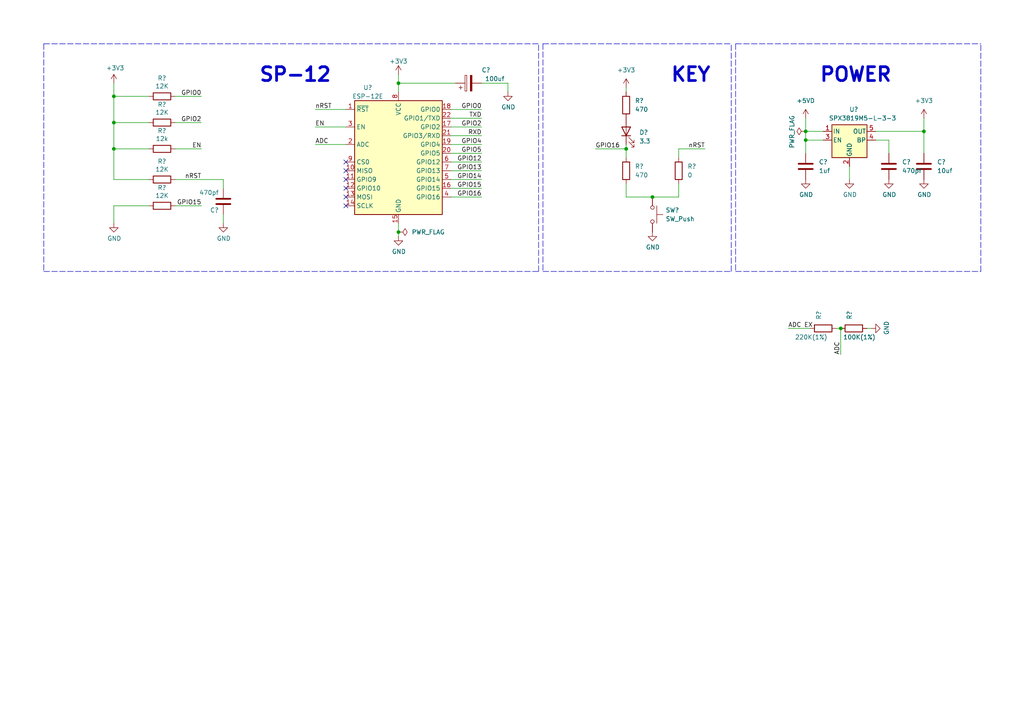
<source format=kicad_sch>
(kicad_sch (version 20211123) (generator eeschema)
  (paper "A4")
  (lib_symbols
    (symbol "Device:C" (pin_numbers hide) (pin_names (offset 0.254))
      (property "Reference" "C" (at 0.635 2.54 0))
      (property "Value" "C" (at 0.635 -2.54 0))
      (symbol "C_0_1"
        (polyline (pts (xy -2.032 -0.762) (xy 2.032 -0.762)) (stroke (width 0.508)))
        (polyline (pts (xy -2.032 0.762) (xy 2.032 0.762)) (stroke (width 0.508)))
      )
      (symbol "C_1_1"
        (pin passive line (at 0 3.81 270) (length 2.794) (name "~") (number "1"))
        (pin passive line (at 0 -3.81 90) (length 2.794) (name "~") (number "2"))
      )
    )
    (symbol "Device:C_Polarized" (pin_numbers hide) (pin_names (offset 0.254))
      (property "Reference" "C" (at 0.635 2.54 0))
      (property "Value" "C_Polarized" (at 0.635 -2.54 0))
      (symbol "C_Polarized_0_1"
        (rectangle (start -2.286 0.508) (end 2.286 1.016))
        (polyline (pts (xy -1.778 2.286) (xy -0.762 2.286)))
        (polyline (pts (xy -1.27 2.794) (xy -1.27 1.778)))
        (rectangle (start 2.286 -0.508) (end -2.286 -1.016) (fill (type outline)))
      )
      (symbol "C_Polarized_1_1"
        (pin passive line (at 0 3.81 270) (length 2.794) (name "~") (number "1"))
        (pin passive line (at 0 -3.81 90) (length 2.794) (name "~") (number "2"))
      )
    )
    (symbol "Device:LED" (pin_numbers hide) (pin_names (offset 1.016) hide)
      (property "Reference" "D" (at 0 2.54 0))
      (property "Value" "LED" (at 0 -2.54 0))
      (symbol "LED_0_1"
        (polyline (pts (xy -1.27 -1.27) (xy -1.27 1.27)) (stroke (width 0.254)))
        (polyline (pts (xy -1.27 0) (xy 1.27 0)))
        (polyline (pts (xy 1.27 -1.27) (xy 1.27 1.27) (xy -1.27 0) (xy 1.27 -1.27)) (stroke (width 0.254)))
        (polyline (pts (xy -3.048 -0.762) (xy -4.572 -2.286) (xy -3.81 -2.286) (xy -4.572 -2.286) (xy -4.572 -1.524)))
        (polyline (pts (xy -1.778 -0.762) (xy -3.302 -2.286) (xy -2.54 -2.286) (xy -3.302 -2.286) (xy -3.302 -1.524)))
      )
      (symbol "LED_1_1"
        (pin passive line (at -3.81 0 0) (length 2.54) (name "K") (number "1"))
        (pin passive line (at 3.81 0 180) (length 2.54) (name "A") (number "2"))
      )
    )
    (symbol "Device:R" (pin_numbers hide) (pin_names (offset 0))
      (property "Reference" "R" (at 2.032 0 90))
      (property "Value" "R" (at 0 0 90))
      (symbol "R_0_1"
        (rectangle (start -1.016 -2.54) (end 1.016 2.54) (stroke (width 0.254)))
      )
      (symbol "R_1_1"
        (pin passive line (at 0 3.81 270) (length 1.27) (name "~") (number "1"))
        (pin passive line (at 0 -3.81 90) (length 1.27) (name "~") (number "2"))
      )
    )
    (symbol "RF_Module:ESP-12E"
      (property "Reference" "U" (at -12.7 19.05 0))
      (property "Value" "ESP-12E" (at 12.7 19.05 0))
      (symbol "ESP-12E_0_1"
        (rectangle (start -12.7 17.78) (end 12.7 -15.24) (stroke (width 0.254)) (fill (type background)))
      )
      (symbol "ESP-12E_1_1"
        (pin input line (at -15.24 15.24 0) (length 2.54) (name "~{RST}") (number "1"))
        (pin bidirectional line (at -15.24 -2.54 0) (length 2.54) (name "MISO") (number "10"))
        (pin bidirectional line (at -15.24 -5.08 0) (length 2.54) (name "GPIO9") (number "11"))
        (pin bidirectional line (at -15.24 -7.62 0) (length 2.54) (name "GPIO10") (number "12"))
        (pin bidirectional line (at -15.24 -10.16 0) (length 2.54) (name "MOSI") (number "13"))
        (pin bidirectional line (at -15.24 -12.7 0) (length 2.54) (name "SCLK") (number "14"))
        (pin power_in line (at 0 -17.78 90) (length 2.54) (name "GND") (number "15"))
        (pin bidirectional line (at 15.24 -7.62 180) (length 2.54) (name "GPIO15") (number "16"))
        (pin bidirectional line (at 15.24 10.16 180) (length 2.54) (name "GPIO2") (number "17"))
        (pin bidirectional line (at 15.24 15.24 180) (length 2.54) (name "GPIO0") (number "18"))
        (pin bidirectional line (at 15.24 5.08 180) (length 2.54) (name "GPIO4") (number "19"))
        (pin input line (at -15.24 5.08 0) (length 2.54) (name "ADC") (number "2"))
        (pin bidirectional line (at 15.24 2.54 180) (length 2.54) (name "GPIO5") (number "20"))
        (pin bidirectional line (at 15.24 7.62 180) (length 2.54) (name "GPIO3/RXD") (number "21"))
        (pin bidirectional line (at 15.24 12.7 180) (length 2.54) (name "GPIO1/TXD") (number "22"))
        (pin input line (at -15.24 10.16 0) (length 2.54) (name "EN") (number "3"))
        (pin bidirectional line (at 15.24 -10.16 180) (length 2.54) (name "GPIO16") (number "4"))
        (pin bidirectional line (at 15.24 -5.08 180) (length 2.54) (name "GPIO14") (number "5"))
        (pin bidirectional line (at 15.24 0 180) (length 2.54) (name "GPIO12") (number "6"))
        (pin bidirectional line (at 15.24 -2.54 180) (length 2.54) (name "GPIO13") (number "7"))
        (pin power_in line (at 0 20.32 270) (length 2.54) (name "VCC") (number "8"))
        (pin input line (at -15.24 0 0) (length 2.54) (name "CS0") (number "9"))
      )
    )
    (symbol "Regulator_Linear:SPX3819M5-L-3-3" (pin_names (offset 0.254))
      (property "Reference" "U" (at -3.81 5.715 0))
      (property "Value" "SPX3819M5-L-3-3" (at 0 5.715 0))
      (symbol "SPX3819M5-L-3-3_0_1"
        (rectangle (start -5.08 4.445) (end 5.08 -5.08) (stroke (width 0.254)) (fill (type background)))
      )
      (symbol "SPX3819M5-L-3-3_1_1"
        (pin power_in line (at -7.62 2.54 0) (length 2.54) (name "IN") (number "1"))
        (pin power_in line (at 0 -7.62 90) (length 2.54) (name "GND") (number "2"))
        (pin input line (at -7.62 0 0) (length 2.54) (name "EN") (number "3"))
        (pin input line (at 7.62 0 180) (length 2.54) (name "BP") (number "4"))
        (pin power_out line (at 7.62 2.54 180) (length 2.54) (name "OUT") (number "5"))
      )
    )
    (symbol "Switch:SW_Push" (pin_numbers hide) (pin_names (offset 1.016) hide)
      (property "Reference" "SW" (at 1.27 2.54 0))
      (property "Value" "SW_Push" (at 0 -1.524 0))
      (symbol "SW_Push_0_1"
        (circle (center -2.032 0) (radius 0.508))
        (polyline (pts (xy 0 1.27) (xy 0 3.048)))
        (polyline (pts (xy 2.54 1.27) (xy -2.54 1.27)))
        (circle (center 2.032 0) (radius 0.508))
        (pin passive line (at -5.08 0 0) (length 2.54) (name "1") (number "1"))
        (pin passive line (at 5.08 0 180) (length 2.54) (name "2") (number "2"))
      )
    )
    (symbol "power:+3V3" (power) (pin_names (offset 0))
      (property "Value" "+3V3" (at 0 3.556 0))
      (symbol "+3V3_0_1"
        (polyline (pts (xy -0.762 1.27) (xy 0 2.54)))
        (polyline (pts (xy 0 0) (xy 0 2.54)))
        (polyline (pts (xy 0 2.54) (xy 0.762 1.27)))
      )
      (symbol "+3V3_1_1"
        (pin power_in line (at 0 0 90) (length 0) hide (name "+3V3") (number "1"))
      )
    )
    (symbol "power:+5VD" (power) (pin_names (offset 0))
      (property "Value" "+5VD" (at 0 3.556 0))
      (symbol "+5VD_0_1"
        (polyline (pts (xy -0.762 1.27) (xy 0 2.54)))
        (polyline (pts (xy 0 0) (xy 0 2.54)))
        (polyline (pts (xy 0 2.54) (xy 0.762 1.27)))
      )
      (symbol "+5VD_1_1"
        (pin power_in line (at 0 0 90) (length 0) hide (name "+5VD") (number "1"))
      )
    )
    (symbol "power:GND" (power) (pin_names (offset 0))
      (property "Value" "GND" (at 0 -3.81 0))
      (symbol "GND_0_1"
        (polyline (pts (xy 0 0) (xy 0 -1.27) (xy 1.27 -1.27) (xy 0 -2.54) (xy -1.27 -1.27) (xy 0 -1.27)))
      )
      (symbol "GND_1_1"
        (pin power_in line (at 0 0 270) (length 0) hide (name "GND") (number "1"))
      )
    )
    (symbol "power:PWR_FLAG" (power) (pin_numbers hide) (pin_names (offset 0) hide)
      (property "Value" "PWR_FLAG" (at 0 3.81 0))
      (symbol "PWR_FLAG_0_0"
        (pin power_out line (at 0 0 90) (length 0) (name "pwr") (number "1"))
      )
      (symbol "PWR_FLAG_0_1"
        (polyline (pts (xy 0 0) (xy 0 1.27) (xy -1.016 1.905) (xy 0 2.54) (xy 1.016 1.905) (xy 0 1.27)))
      )
    )
  )
  (junction (at 181.61 43.18))
  (junction (at 115.57 24.13))
  (junction (at 189.23 57.15))
  (junction (at 243.84 95.25))
  (junction (at 33.02 35.56))
  (junction (at 233.68 40.64))
  (junction (at 233.68 38.1))
  (junction (at 267.97 38.1))
  (junction (at 33.02 43.18))
  (junction (at 115.57 67.31))
  (junction (at 33.02 27.94))
  (no_connect (at 100.33 46.99))
  (no_connect (at 100.33 49.53))
  (no_connect (at 100.33 57.15))
  (no_connect (at 100.33 59.69))
  (no_connect (at 100.33 52.07))
  (no_connect (at 100.33 54.61))
  (wire (pts (xy 100.33 31.75) (xy 91.44 31.75)))
  (wire (pts (xy 50.8 52.07) (xy 64.77 52.07)))
  (wire (pts (xy 181.61 57.15) (xy 189.23 57.15)))
  (wire (pts (xy 130.81 41.91) (xy 139.7 41.91)))
  (wire (pts (xy 196.85 53.34) (xy 196.85 57.15)))
  (wire (pts (xy 196.85 45.72) (xy 196.85 43.18)))
  (wire (pts (xy 50.8 27.94) (xy 58.42 27.94)))
  (wire (pts (xy 233.68 34.29) (xy 233.68 38.1)))
  (wire (pts (xy 228.6 95.25) (xy 234.95 95.25)))
  (wire (pts (xy 181.61 53.34) (xy 181.61 57.15)))
  (wire (pts (xy 130.81 54.61) (xy 139.7 54.61)))
  (wire (pts (xy 243.84 102.87) (xy 243.84 95.25)))
  (wire (pts (xy 242.57 95.25) (xy 243.84 95.25)))
  (wire (pts (xy 196.85 43.18) (xy 204.47 43.18)))
  (wire (pts (xy 181.61 43.18) (xy 181.61 45.72)))
  (wire (pts (xy 233.68 40.64) (xy 238.76 40.64)))
  (wire (pts (xy 130.81 49.53) (xy 139.7 49.53)))
  (wire (pts (xy 33.02 35.56) (xy 43.18 35.56)))
  (polyline (pts (xy 157.48 12.7) (xy 212.09 12.7)))
  (wire (pts (xy 64.77 52.07) (xy 64.77 54.61)))
  (polyline (pts (xy 12.7 12.7) (xy 156.21 12.7)))
  (wire (pts (xy 196.85 57.15) (xy 189.23 57.15)))
  (wire (pts (xy 50.8 59.69) (xy 58.42 59.69)))
  (polyline (pts (xy 12.7 12.7) (xy 12.7 78.74)))
  (wire (pts (xy 115.57 24.13) (xy 132.08 24.13)))
  (wire (pts (xy 115.57 24.13) (xy 115.57 26.67)))
  (wire (pts (xy 50.8 43.18) (xy 58.42 43.18)))
  (wire (pts (xy 33.02 27.94) (xy 33.02 35.56)))
  (wire (pts (xy 267.97 34.29) (xy 267.97 38.1)))
  (wire (pts (xy 267.97 38.1) (xy 267.97 44.45)))
  (wire (pts (xy 130.81 44.45) (xy 139.7 44.45)))
  (wire (pts (xy 100.33 36.83) (xy 91.44 36.83)))
  (wire (pts (xy 233.68 40.64) (xy 233.68 44.45)))
  (wire (pts (xy 254 40.64) (xy 257.81 40.64)))
  (wire (pts (xy 172.72 43.18) (xy 181.61 43.18)))
  (wire (pts (xy 115.57 67.31) (xy 115.57 68.58)))
  (wire (pts (xy 130.81 46.99) (xy 139.7 46.99)))
  (polyline (pts (xy 212.09 78.74) (xy 212.09 12.7)))
  (wire (pts (xy 130.81 31.75) (xy 139.7 31.75)))
  (polyline (pts (xy 156.21 78.74) (xy 156.21 12.7)))
  (wire (pts (xy 130.81 36.83) (xy 139.7 36.83)))
  (wire (pts (xy 33.02 27.94) (xy 43.18 27.94)))
  (wire (pts (xy 33.02 59.69) (xy 33.02 64.77)))
  (wire (pts (xy 130.81 39.37) (xy 139.7 39.37)))
  (wire (pts (xy 147.32 24.13) (xy 147.32 26.67)))
  (polyline (pts (xy 213.36 78.74) (xy 284.48 78.74)))
  (wire (pts (xy 33.02 35.56) (xy 33.02 43.18)))
  (wire (pts (xy 100.33 41.91) (xy 91.44 41.91)))
  (wire (pts (xy 33.02 43.18) (xy 43.18 43.18)))
  (polyline (pts (xy 12.7 78.74) (xy 156.21 78.74)))
  (wire (pts (xy 115.57 64.77) (xy 115.57 67.31)))
  (polyline (pts (xy 213.36 12.7) (xy 213.36 78.74)))
  (wire (pts (xy 254 38.1) (xy 267.97 38.1)))
  (wire (pts (xy 64.77 62.23) (xy 64.77 64.77)))
  (wire (pts (xy 33.02 24.13) (xy 33.02 27.94)))
  (wire (pts (xy 233.68 38.1) (xy 238.76 38.1)))
  (polyline (pts (xy 157.48 12.7) (xy 157.48 78.74)))
  (wire (pts (xy 115.57 21.59) (xy 115.57 24.13)))
  (wire (pts (xy 246.38 52.07) (xy 246.38 48.26)))
  (wire (pts (xy 50.8 35.56) (xy 58.42 35.56)))
  (wire (pts (xy 257.81 40.64) (xy 257.81 44.45)))
  (wire (pts (xy 33.02 59.69) (xy 43.18 59.69)))
  (wire (pts (xy 139.7 24.13) (xy 147.32 24.13)))
  (wire (pts (xy 130.81 52.07) (xy 139.7 52.07)))
  (wire (pts (xy 251.46 95.25) (xy 252.73 95.25)))
  (wire (pts (xy 181.61 41.91) (xy 181.61 43.18)))
  (wire (pts (xy 233.68 38.1) (xy 233.68 40.64)))
  (wire (pts (xy 130.81 34.29) (xy 139.7 34.29)))
  (polyline (pts (xy 213.36 12.7) (xy 284.48 12.7)))
  (wire (pts (xy 33.02 43.18) (xy 33.02 52.07)))
  (wire (pts (xy 181.61 25.4) (xy 181.61 26.67)))
  (wire (pts (xy 33.02 52.07) (xy 43.18 52.07)))
  (polyline (pts (xy 284.48 78.74) (xy 284.48 12.7)))
  (polyline (pts (xy 157.48 78.74) (xy 212.09 78.74)))
  (wire (pts (xy 130.81 57.15) (xy 139.7 57.15)))
  (text "POWER" (at 237.49 24.13 0) (effects (font (size 4 4) (thickness 0.8) bold) (justify left bottom)))
  (text "KEY" (at 194.31 24.13 0) (effects (font (size 4 4) (thickness 0.8) bold) (justify left bottom)))
  (text "SP-12\n" (at 74.93 24.13 0) (effects (font (size 4 4) (thickness 0.8) bold) (justify left bottom)))
  (label "GPIO12" (at 139.7 46.99 180))
  (label "ADC" (at 91.44 41.91 0))
  (label "GPIO5" (at 139.7 44.45 180))
  (label "nRST" (at 91.44 31.75 0))
  (label "nRST" (at 58.42 52.07 180))
  (label "GPIO15" (at 58.42 59.69 180))
  (label "GPIO16" (at 139.7 57.15 180))
  (label "TXD" (at 139.7 34.29 180))
  (label "EN" (at 91.44 36.83 0))
  (label "GPIO14" (at 139.7 52.07 180))
  (label "GPIO2" (at 139.7 36.83 180))
  (label "GPIO4" (at 139.7 41.91 180))
  (label "GPIO13" (at 139.7 49.53 180))
  (label "GPIO0" (at 139.7 31.75 180))
  (label "GPIO16" (at 172.72 43.18 0))
  (label "EN" (at 58.42 43.18 180))
  (label "RXD" (at 139.7 39.37 180))
  (label "GPIO2" (at 58.42 35.56 180))
  (label "nRST" (at 204.47 43.18 180))
  (label "GPIO0" (at 58.42 27.94 180))
  (label "ADC" (at 243.84 102.87 90))
  (label "GPIO15" (at 139.7 54.61 180))
  (label "ADC EX" (at 228.6 95.25 0))
  (symbol (lib_id "Device:C") (at 64.77 58.42 180) (unit 1)
    (property "Reference" "C?" (at 63.5 60.96 0) (effects (justify left)))
    (property "Value" "470pf" (at 63.5 55.88 0) (effects (justify left)))
    (property "Footprint" "Capacitor_SMD:C_0402_1005Metric" (effects hide))
  )
  (symbol (lib_id "power:GND") (at 257.81 52.07 0) (unit 1)
    (property "Reference" "#PWR0113" (effects hide))
    (property "Value" "GND" (at 257.937 56.4642 0))
  )
  (symbol (lib_id "power:GND") (at 189.23 67.31 0) (unit 1)
    (property "Reference" "#PWR0102" (effects hide))
    (property "Value" "GND" (at 189.357 71.7042 0))
  )
  (symbol (lib_id "power:GND") (at 252.73 95.25 90) (unit 1)
    (property "Reference" "#PWR0109" (effects hide))
    (property "Value" "GND" (at 257.1242 95.123 0))
  )
  (symbol (lib_id "Device:C") (at 267.97 48.26 0) (unit 1)
    (property "Reference" "C?" (at 271.78 46.9899 0) (effects (justify left)))
    (property "Value" "10uf" (at 271.78 49.5299 0) (effects (justify left)))
    (property "Footprint" "Capacitor_SMD:C_0402_1005Metric" (effects hide))
  )
  (symbol (lib_id "power:+3V3") (at 33.02 24.13 0) (unit 1)
    (property "Reference" "#PWR0106" (effects hide))
    (property "Value" "+3V3" (at 33.401 19.7358 0))
  )
  (symbol (lib_id "Device:C") (at 257.81 48.26 0) (unit 1)
    (property "Reference" "C?" (at 261.62 46.9899 0) (effects (justify left)))
    (property "Value" "470pf" (at 261.62 49.5299 0) (effects (justify left)))
    (property "Footprint" "Capacitor_SMD:C_0402_1005Metric" (effects hide))
  )
  (symbol (lib_id "Device:R") (at 181.61 49.53 0) (unit 1)
    (property "Reference" "R?" (at 184.15 48.2599 0) (effects (justify left)))
    (property "Value" "470" (at 184.15 50.7999 0) (effects (justify left)))
    (property "Footprint" "Resistor_SMD:R_0402_1005Metric" (effects hide))
  )
  (symbol (lib_id "Device:R") (at 46.99 27.94 270) (unit 1)
    (property "Reference" "R?" (at 46.99 22.6822 90))
    (property "Value" "12K" (at 46.99 24.9936 90))
    (property "Footprint" "Resistor_SMD:R_0402_1005Metric" (effects hide))
  )
  (symbol (lib_id "Device:R") (at 46.99 35.56 270) (unit 1)
    (property "Reference" "R?" (at 46.99 30.3022 90))
    (property "Value" "12K" (at 46.99 32.6136 90))
    (property "Footprint" "Resistor_SMD:R_0402_1005Metric" (effects hide))
  )
  (symbol (lib_id "power:GND") (at 246.38 52.07 0) (unit 1)
    (property "Reference" "#PWR0114" (effects hide))
    (property "Value" "GND" (at 246.507 56.4642 0))
  )
  (symbol (lib_id "power:+3V3") (at 115.57 21.59 0) (unit 1)
    (property "Reference" "#PWR0104" (effects hide))
    (property "Value" "+3V3" (at 115.57 17.78 0))
  )
  (symbol (lib_id "Device:R") (at 46.99 52.07 270) (unit 1)
    (property "Reference" "R?" (at 46.99 46.8122 90))
    (property "Value" "12K" (at 46.99 49.1236 90))
    (property "Footprint" "Resistor_SMD:R_0402_1005Metric" (effects hide))
  )
  (symbol (lib_id "power:PWR_FLAG") (at 115.57 67.31 270) (unit 1)
    (property "Reference" "#FLG0101" (effects hide))
    (property "Value" "PWR_FLAG" (at 119.38 67.3099 90) (effects (justify left)))
  )
  (symbol (lib_id "Device:R") (at 196.85 49.53 0) (unit 1)
    (property "Reference" "R?" (at 199.39 48.2599 0) (effects (justify left)))
    (property "Value" "0" (at 199.39 50.7999 0) (effects (justify left)))
    (property "Footprint" "Resistor_SMD:R_0402_1005Metric" (effects hide))
  )
  (symbol (lib_id "Device:R") (at 238.76 95.25 270) (unit 1)
    (property "Reference" "R?" (at 237.4899 92.71 0) (effects (justify right)))
    (property "Value" "220K(1%)" (at 240.03 97.79 90) (effects (justify right)))
    (property "Footprint" "Resistor_SMD:R_0402_1005Metric" (effects hide))
  )
  (symbol (lib_id "power:GND") (at 33.02 64.77 0) (unit 1)
    (property "Reference" "#PWR0105" (effects hide))
    (property "Value" "GND" (at 33.147 69.1642 0))
  )
  (symbol (lib_id "Device:R") (at 181.61 30.48 0) (unit 1)
    (property "Reference" "R?" (at 184.15 29.2099 0) (effects (justify left)))
    (property "Value" "470" (at 184.15 31.7499 0) (effects (justify left)))
    (property "Footprint" "Resistor_SMD:R_0402_1005Metric" (effects hide))
  )
  (symbol (lib_id "RF_Module:ESP-12E") (at 115.57 46.99 0) (unit 1)
    (property "Reference" "U?" (at 106.68 25.4 0))
    (property "Value" "ESP-12E" (at 106.68 27.94 0))
    (property "Footprint" "RF_Module:ESP-12E" (effects hide))
    (property "Datasheet" "http://wiki.ai-thinker.com/_media/esp8266/esp8266_series_modules_user_manual_v1.1.pdf" (effects hide))
  )
  (symbol (lib_id "Device:R") (at 46.99 43.18 270) (unit 1)
    (property "Reference" "R?" (at 46.99 37.9222 90))
    (property "Value" "12k" (at 46.99 40.2336 90))
    (property "Footprint" "Resistor_SMD:R_0402_1005Metric" (effects hide))
  )
  (symbol (lib_id "power:+3V3") (at 267.97 34.29 0) (unit 1)
    (property "Reference" "#PWR0110" (effects hide))
    (property "Value" "+3V3" (at 267.97 29.21 0))
  )
  (symbol (lib_id "Device:C") (at 233.68 48.26 0) (unit 1)
    (property "Reference" "C?" (at 237.49 46.9899 0) (effects (justify left)))
    (property "Value" "1uf" (at 237.49 49.5299 0) (effects (justify left)))
    (property "Footprint" "Capacitor_SMD:C_0402_1005Metric" (effects hide))
  )
  (symbol (lib_id "power:PWR_FLAG") (at 233.68 38.1 90) (unit 1)
    (property "Reference" "#FLG0102" (effects hide))
    (property "Value" "PWR_FLAG" (at 229.7008 43.0401 0) (effects (justify left)))
  )
  (symbol (lib_id "Device:LED") (at 181.61 38.1 90) (unit 1)
    (property "Reference" "D?" (at 185.42 38.4174 90) (effects (justify right)))
    (property "Value" "3.3" (at 185.42 40.9574 90) (effects (justify right)))
    (property "Footprint" "LED_SMD:LED_0201_0603Metric" (effects hide))
  )
  (symbol (lib_id "power:+3V3") (at 181.61 25.4 0) (unit 1)
    (property "Reference" "#PWR0101" (effects hide))
    (property "Value" "+3V3" (at 181.61 20.32 0))
  )
  (symbol (lib_id "Device:R") (at 46.99 59.69 270) (unit 1)
    (property "Reference" "R?" (at 46.99 54.4322 90))
    (property "Value" "12K" (at 46.99 56.7436 90))
    (property "Footprint" "Resistor_SMD:R_0402_1005Metric" (effects hide))
  )
  (symbol (lib_id "Device:C_Polarized") (at 135.89 24.13 90) (unit 1)
    (property "Reference" "C?" (at 140.97 20.32 90))
    (property "Value" "100uf" (at 143.51 22.86 90))
    (property "Footprint" "lc_lib:CASE-B_3528" (effects hide))
  )
  (symbol (lib_id "power:GND") (at 115.57 68.58 0) (unit 1)
    (property "Reference" "#PWR0108" (effects hide))
    (property "Value" "GND" (at 115.697 72.9742 0))
  )
  (symbol (lib_id "Switch:SW_Push") (at 189.23 62.23 270) (unit 1)
    (property "Reference" "SW?" (at 193.04 60.9599 90) (effects (justify left)))
    (property "Value" "SW_Push" (at 193.04 63.4999 90) (effects (justify left)))
    (property "Footprint" "myFootPrint:SMD,3x4x2mm" (effects hide))
  )
  (symbol (lib_id "Regulator_Linear:SPX3819M5-L-3-3") (at 246.38 40.64 0) (unit 1)
    (property "Reference" "U?" (at 247.65 31.75 0))
    (property "Value" "SPX3819M5-L-3-3" (at 250.19 34.29 0))
    (property "Footprint" "Package_TO_SOT_SMD:SOT-23-5" (effects hide))
    (property "Datasheet" "https://www.exar.com/content/document.ashx?id=22106&languageid=1033&type=Datasheet&partnumber=SPX3819&filename=SPX3819.pdf&part=SPX3819" (effects hide))
  )
  (symbol (lib_id "power:GND") (at 64.77 64.77 0) (unit 1)
    (property "Reference" "#PWR0107" (effects hide))
    (property "Value" "GND" (at 64.897 69.1642 0))
  )
  (symbol (lib_id "power:GND") (at 147.32 26.67 0) (unit 1)
    (property "Reference" "#PWR0103" (effects hide))
    (property "Value" "GND" (at 147.447 31.0642 0))
  )
  (symbol (lib_id "Device:R") (at 247.65 95.25 90) (unit 1)
    (property "Reference" "R?" (at 246.3799 92.71 0) (effects (justify left)))
    (property "Value" "100K(1%)" (at 254 97.79 90) (effects (justify left)))
    (property "Footprint" "Resistor_SMD:R_0402_1005Metric" (effects hide))
  )
  (symbol (lib_id "power:+5VD") (at 233.68 34.29 0) (unit 1)
    (property "Reference" "#PWR0111" (effects hide))
    (property "Value" "+5VD" (at 233.68 29.21 0))
  )
  (symbol (lib_id "power:GND") (at 233.68 52.07 0) (unit 1)
    (property "Reference" "#PWR0115" (effects hide))
    (property "Value" "GND" (at 233.807 56.4642 0))
  )
  (symbol (lib_id "power:GND") (at 267.97 52.07 0) (unit 1)
    (property "Reference" "#PWR0112" (effects hide))
    (property "Value" "GND" (at 268.097 56.4642 0))
  )
)
</source>
